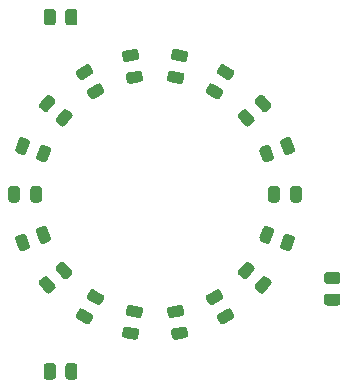
<source format=gbr>
G04 #@! TF.GenerationSoftware,KiCad,Pcbnew,5.1.9-73d0e3b20d~88~ubuntu20.10.1*
G04 #@! TF.CreationDate,2021-09-15T14:03:07-07:00*
G04 #@! TF.ProjectId,led_ring,6c65645f-7269-46e6-972e-6b696361645f,rev?*
G04 #@! TF.SameCoordinates,Original*
G04 #@! TF.FileFunction,Paste,Top*
G04 #@! TF.FilePolarity,Positive*
%FSLAX46Y46*%
G04 Gerber Fmt 4.6, Leading zero omitted, Abs format (unit mm)*
G04 Created by KiCad (PCBNEW 5.1.9-73d0e3b20d~88~ubuntu20.10.1) date 2021-09-15 14:03:07*
%MOMM*%
%LPD*%
G01*
G04 APERTURE LIST*
G04 APERTURE END LIST*
G36*
G01*
X60375000Y-51256250D02*
X60375000Y-50343750D01*
G75*
G02*
X60618750Y-50100000I243750J0D01*
G01*
X61106250Y-50100000D01*
G75*
G02*
X61350000Y-50343750I0J-243750D01*
G01*
X61350000Y-51256250D01*
G75*
G02*
X61106250Y-51500000I-243750J0D01*
G01*
X60618750Y-51500000D01*
G75*
G02*
X60375000Y-51256250I0J243750D01*
G01*
G37*
G36*
G01*
X62250000Y-51256250D02*
X62250000Y-50343750D01*
G75*
G02*
X62493750Y-50100000I243750J0D01*
G01*
X62981250Y-50100000D01*
G75*
G02*
X63225000Y-50343750I0J-243750D01*
G01*
X63225000Y-51256250D01*
G75*
G02*
X62981250Y-51500000I-243750J0D01*
G01*
X62493750Y-51500000D01*
G75*
G02*
X62250000Y-51256250I0J243750D01*
G01*
G37*
G36*
G01*
X61715509Y-47312625D02*
X61403415Y-46455156D01*
G75*
G02*
X61549098Y-46142739I229050J83367D01*
G01*
X62007198Y-45976004D01*
G75*
G02*
X62319615Y-46121687I83367J-229050D01*
G01*
X62631709Y-46979156D01*
G75*
G02*
X62486026Y-47291573I-229050J-83367D01*
G01*
X62027926Y-47458308D01*
G75*
G02*
X61715509Y-47312625I-83367J229050D01*
G01*
G37*
G36*
G01*
X59953585Y-47953913D02*
X59641491Y-47096444D01*
G75*
G02*
X59787174Y-46784027I229050J83367D01*
G01*
X60245274Y-46617292D01*
G75*
G02*
X60557691Y-46762975I83367J-229050D01*
G01*
X60869785Y-47620444D01*
G75*
G02*
X60724102Y-47932861I-229050J-83367D01*
G01*
X60266002Y-48099596D01*
G75*
G02*
X59953585Y-47953913I-83367J229050D01*
G01*
G37*
G36*
G01*
X58428159Y-44994779D02*
X57841615Y-44295764D01*
G75*
G02*
X57871659Y-43952362I186723J156679D01*
G01*
X58245105Y-43639003D01*
G75*
G02*
X58588507Y-43669047I156679J-186723D01*
G01*
X59175051Y-44368062D01*
G75*
G02*
X59145007Y-44711464I-186723J-156679D01*
G01*
X58771561Y-45024823D01*
G75*
G02*
X58428159Y-44994779I-156679J186723D01*
G01*
G37*
G36*
G01*
X59864493Y-43789553D02*
X59277949Y-43090538D01*
G75*
G02*
X59307993Y-42747136I186723J156679D01*
G01*
X59681439Y-42433777D01*
G75*
G02*
X60024841Y-42463821I156679J-186723D01*
G01*
X60611385Y-43162836D01*
G75*
G02*
X60581341Y-43506238I-186723J-156679D01*
G01*
X60207895Y-43819597D01*
G75*
G02*
X59864493Y-43789553I-156679J186723D01*
G01*
G37*
G36*
G01*
X56920124Y-41112114D02*
X56129876Y-40655864D01*
G75*
G02*
X56040657Y-40322895I121875J211094D01*
G01*
X56284407Y-39900707D01*
G75*
G02*
X56617376Y-39811488I211094J-121875D01*
G01*
X57407624Y-40267738D01*
G75*
G02*
X57496843Y-40600707I-121875J-211094D01*
G01*
X57253093Y-41022895D01*
G75*
G02*
X56920124Y-41112114I-211094J121875D01*
G01*
G37*
G36*
G01*
X55982624Y-42735912D02*
X55192376Y-42279662D01*
G75*
G02*
X55103157Y-41946693I121875J211094D01*
G01*
X55346907Y-41524505D01*
G75*
G02*
X55679876Y-41435286I211094J-121875D01*
G01*
X56470124Y-41891536D01*
G75*
G02*
X56559343Y-42224505I-121875J-211094D01*
G01*
X56315593Y-42646693D01*
G75*
G02*
X55982624Y-42735912I-211094J121875D01*
G01*
G37*
G36*
G01*
X52911970Y-41449678D02*
X52013333Y-41291224D01*
G75*
G02*
X51815613Y-41008850I42327J240047D01*
G01*
X51900266Y-40528756D01*
G75*
G02*
X52182640Y-40331036I240047J-42327D01*
G01*
X53081277Y-40489490D01*
G75*
G02*
X53278997Y-40771864I-42327J-240047D01*
G01*
X53194344Y-41251958D01*
G75*
G02*
X52911970Y-41449678I-240047J42327D01*
G01*
G37*
G36*
G01*
X53237560Y-39603164D02*
X52338923Y-39444710D01*
G75*
G02*
X52141203Y-39162336I42327J240047D01*
G01*
X52225856Y-38682242D01*
G75*
G02*
X52508230Y-38484522I240047J-42327D01*
G01*
X53406867Y-38642976D01*
G75*
G02*
X53604587Y-38925350I-42327J-240047D01*
G01*
X53519934Y-39405444D01*
G75*
G02*
X53237560Y-39603164I-240047J42327D01*
G01*
G37*
G36*
G01*
X49261077Y-39444710D02*
X48362440Y-39603164D01*
G75*
G02*
X48080066Y-39405444I-42327J240047D01*
G01*
X47995413Y-38925350D01*
G75*
G02*
X48193133Y-38642976I240047J42327D01*
G01*
X49091770Y-38484522D01*
G75*
G02*
X49374144Y-38682242I42327J-240047D01*
G01*
X49458797Y-39162336D01*
G75*
G02*
X49261077Y-39444710I-240047J-42327D01*
G01*
G37*
G36*
G01*
X49586667Y-41291224D02*
X48688030Y-41449678D01*
G75*
G02*
X48405656Y-41251958I-42327J240047D01*
G01*
X48321003Y-40771864D01*
G75*
G02*
X48518723Y-40489490I240047J42327D01*
G01*
X49417360Y-40331036D01*
G75*
G02*
X49699734Y-40528756I42327J-240047D01*
G01*
X49784387Y-41008850D01*
G75*
G02*
X49586667Y-41291224I-240047J-42327D01*
G01*
G37*
G36*
G01*
X46407624Y-42279662D02*
X45617376Y-42735912D01*
G75*
G02*
X45284407Y-42646693I-121875J211094D01*
G01*
X45040657Y-42224505D01*
G75*
G02*
X45129876Y-41891536I211094J121875D01*
G01*
X45920124Y-41435286D01*
G75*
G02*
X46253093Y-41524505I121875J-211094D01*
G01*
X46496843Y-41946693D01*
G75*
G02*
X46407624Y-42279662I-211094J-121875D01*
G01*
G37*
G36*
G01*
X45470124Y-40655864D02*
X44679876Y-41112114D01*
G75*
G02*
X44346907Y-41022895I-121875J211094D01*
G01*
X44103157Y-40600707D01*
G75*
G02*
X44192376Y-40267738I211094J121875D01*
G01*
X44982624Y-39811488D01*
G75*
G02*
X45315593Y-39900707I121875J-211094D01*
G01*
X45559343Y-40322895D01*
G75*
G02*
X45470124Y-40655864I-211094J-121875D01*
G01*
G37*
G36*
G01*
X42322051Y-43090538D02*
X41735507Y-43789553D01*
G75*
G02*
X41392105Y-43819597I-186723J156679D01*
G01*
X41018659Y-43506238D01*
G75*
G02*
X40988615Y-43162836I156679J186723D01*
G01*
X41575159Y-42463821D01*
G75*
G02*
X41918561Y-42433777I186723J-156679D01*
G01*
X42292007Y-42747136D01*
G75*
G02*
X42322051Y-43090538I-156679J-186723D01*
G01*
G37*
G36*
G01*
X43758385Y-44295764D02*
X43171841Y-44994779D01*
G75*
G02*
X42828439Y-45024823I-186723J156679D01*
G01*
X42454993Y-44711464D01*
G75*
G02*
X42424949Y-44368062I156679J186723D01*
G01*
X43011493Y-43669047D01*
G75*
G02*
X43354895Y-43639003I186723J-156679D01*
G01*
X43728341Y-43952362D01*
G75*
G02*
X43758385Y-44295764I-156679J-186723D01*
G01*
G37*
G36*
G01*
X41958509Y-47096444D02*
X41646415Y-47953913D01*
G75*
G02*
X41333998Y-48099596I-229050J83367D01*
G01*
X40875898Y-47932861D01*
G75*
G02*
X40730215Y-47620444I83367J229050D01*
G01*
X41042309Y-46762975D01*
G75*
G02*
X41354726Y-46617292I229050J-83367D01*
G01*
X41812826Y-46784027D01*
G75*
G02*
X41958509Y-47096444I-83367J-229050D01*
G01*
G37*
G36*
G01*
X40196585Y-46455156D02*
X39884491Y-47312625D01*
G75*
G02*
X39572074Y-47458308I-229050J83367D01*
G01*
X39113974Y-47291573D01*
G75*
G02*
X38968291Y-46979156I83367J229050D01*
G01*
X39280385Y-46121687D01*
G75*
G02*
X39592802Y-45976004I229050J-83367D01*
G01*
X40050902Y-46142739D01*
G75*
G02*
X40196585Y-46455156I-83367J-229050D01*
G01*
G37*
G36*
G01*
X39350000Y-50343750D02*
X39350000Y-51256250D01*
G75*
G02*
X39106250Y-51500000I-243750J0D01*
G01*
X38618750Y-51500000D01*
G75*
G02*
X38375000Y-51256250I0J243750D01*
G01*
X38375000Y-50343750D01*
G75*
G02*
X38618750Y-50100000I243750J0D01*
G01*
X39106250Y-50100000D01*
G75*
G02*
X39350000Y-50343750I0J-243750D01*
G01*
G37*
G36*
G01*
X41225000Y-50343750D02*
X41225000Y-51256250D01*
G75*
G02*
X40981250Y-51500000I-243750J0D01*
G01*
X40493750Y-51500000D01*
G75*
G02*
X40250000Y-51256250I0J243750D01*
G01*
X40250000Y-50343750D01*
G75*
G02*
X40493750Y-50100000I243750J0D01*
G01*
X40981250Y-50100000D01*
G75*
G02*
X41225000Y-50343750I0J-243750D01*
G01*
G37*
G36*
G01*
X41646415Y-53646087D02*
X41958509Y-54503556D01*
G75*
G02*
X41812826Y-54815973I-229050J-83367D01*
G01*
X41354726Y-54982708D01*
G75*
G02*
X41042309Y-54837025I-83367J229050D01*
G01*
X40730215Y-53979556D01*
G75*
G02*
X40875898Y-53667139I229050J83367D01*
G01*
X41333998Y-53500404D01*
G75*
G02*
X41646415Y-53646087I83367J-229050D01*
G01*
G37*
G36*
G01*
X39884491Y-54287375D02*
X40196585Y-55144844D01*
G75*
G02*
X40050902Y-55457261I-229050J-83367D01*
G01*
X39592802Y-55623996D01*
G75*
G02*
X39280385Y-55478313I-83367J229050D01*
G01*
X38968291Y-54620844D01*
G75*
G02*
X39113974Y-54308427I229050J83367D01*
G01*
X39572074Y-54141692D01*
G75*
G02*
X39884491Y-54287375I83367J-229050D01*
G01*
G37*
G36*
G01*
X41735507Y-57810447D02*
X42322051Y-58509462D01*
G75*
G02*
X42292007Y-58852864I-186723J-156679D01*
G01*
X41918561Y-59166223D01*
G75*
G02*
X41575159Y-59136179I-156679J186723D01*
G01*
X40988615Y-58437164D01*
G75*
G02*
X41018659Y-58093762I186723J156679D01*
G01*
X41392105Y-57780403D01*
G75*
G02*
X41735507Y-57810447I156679J-186723D01*
G01*
G37*
G36*
G01*
X43171841Y-56605221D02*
X43758385Y-57304236D01*
G75*
G02*
X43728341Y-57647638I-186723J-156679D01*
G01*
X43354895Y-57960997D01*
G75*
G02*
X43011493Y-57930953I-156679J186723D01*
G01*
X42424949Y-57231938D01*
G75*
G02*
X42454993Y-56888536I186723J156679D01*
G01*
X42828439Y-56575177D01*
G75*
G02*
X43171841Y-56605221I156679J-186723D01*
G01*
G37*
G36*
G01*
X45617376Y-58864088D02*
X46407624Y-59320338D01*
G75*
G02*
X46496843Y-59653307I-121875J-211094D01*
G01*
X46253093Y-60075495D01*
G75*
G02*
X45920124Y-60164714I-211094J121875D01*
G01*
X45129876Y-59708464D01*
G75*
G02*
X45040657Y-59375495I121875J211094D01*
G01*
X45284407Y-58953307D01*
G75*
G02*
X45617376Y-58864088I211094J-121875D01*
G01*
G37*
G36*
G01*
X44679876Y-60487886D02*
X45470124Y-60944136D01*
G75*
G02*
X45559343Y-61277105I-121875J-211094D01*
G01*
X45315593Y-61699293D01*
G75*
G02*
X44982624Y-61788512I-211094J121875D01*
G01*
X44192376Y-61332262D01*
G75*
G02*
X44103157Y-60999293I121875J211094D01*
G01*
X44346907Y-60577105D01*
G75*
G02*
X44679876Y-60487886I211094J-121875D01*
G01*
G37*
G36*
G01*
X48362440Y-61996836D02*
X49261077Y-62155290D01*
G75*
G02*
X49458797Y-62437664I-42327J-240047D01*
G01*
X49374144Y-62917758D01*
G75*
G02*
X49091770Y-63115478I-240047J42327D01*
G01*
X48193133Y-62957024D01*
G75*
G02*
X47995413Y-62674650I42327J240047D01*
G01*
X48080066Y-62194556D01*
G75*
G02*
X48362440Y-61996836I240047J-42327D01*
G01*
G37*
G36*
G01*
X48688030Y-60150322D02*
X49586667Y-60308776D01*
G75*
G02*
X49784387Y-60591150I-42327J-240047D01*
G01*
X49699734Y-61071244D01*
G75*
G02*
X49417360Y-61268964I-240047J42327D01*
G01*
X48518723Y-61110510D01*
G75*
G02*
X48321003Y-60828136I42327J240047D01*
G01*
X48405656Y-60348042D01*
G75*
G02*
X48688030Y-60150322I240047J-42327D01*
G01*
G37*
G36*
G01*
X52013333Y-60308776D02*
X52911970Y-60150322D01*
G75*
G02*
X53194344Y-60348042I42327J-240047D01*
G01*
X53278997Y-60828136D01*
G75*
G02*
X53081277Y-61110510I-240047J-42327D01*
G01*
X52182640Y-61268964D01*
G75*
G02*
X51900266Y-61071244I-42327J240047D01*
G01*
X51815613Y-60591150D01*
G75*
G02*
X52013333Y-60308776I240047J42327D01*
G01*
G37*
G36*
G01*
X52338923Y-62155290D02*
X53237560Y-61996836D01*
G75*
G02*
X53519934Y-62194556I42327J-240047D01*
G01*
X53604587Y-62674650D01*
G75*
G02*
X53406867Y-62957024I-240047J-42327D01*
G01*
X52508230Y-63115478D01*
G75*
G02*
X52225856Y-62917758I-42327J240047D01*
G01*
X52141203Y-62437664D01*
G75*
G02*
X52338923Y-62155290I240047J42327D01*
G01*
G37*
G36*
G01*
X56129876Y-60944136D02*
X56920124Y-60487886D01*
G75*
G02*
X57253093Y-60577105I121875J-211094D01*
G01*
X57496843Y-60999293D01*
G75*
G02*
X57407624Y-61332262I-211094J-121875D01*
G01*
X56617376Y-61788512D01*
G75*
G02*
X56284407Y-61699293I-121875J211094D01*
G01*
X56040657Y-61277105D01*
G75*
G02*
X56129876Y-60944136I211094J121875D01*
G01*
G37*
G36*
G01*
X55192376Y-59320338D02*
X55982624Y-58864088D01*
G75*
G02*
X56315593Y-58953307I121875J-211094D01*
G01*
X56559343Y-59375495D01*
G75*
G02*
X56470124Y-59708464I-211094J-121875D01*
G01*
X55679876Y-60164714D01*
G75*
G02*
X55346907Y-60075495I-121875J211094D01*
G01*
X55103157Y-59653307D01*
G75*
G02*
X55192376Y-59320338I211094J121875D01*
G01*
G37*
G36*
G01*
X57841615Y-57304236D02*
X58428159Y-56605221D01*
G75*
G02*
X58771561Y-56575177I186723J-156679D01*
G01*
X59145007Y-56888536D01*
G75*
G02*
X59175051Y-57231938I-156679J-186723D01*
G01*
X58588507Y-57930953D01*
G75*
G02*
X58245105Y-57960997I-186723J156679D01*
G01*
X57871659Y-57647638D01*
G75*
G02*
X57841615Y-57304236I156679J186723D01*
G01*
G37*
G36*
G01*
X59277949Y-58509462D02*
X59864493Y-57810447D01*
G75*
G02*
X60207895Y-57780403I186723J-156679D01*
G01*
X60581341Y-58093762D01*
G75*
G02*
X60611385Y-58437164I-156679J-186723D01*
G01*
X60024841Y-59136179D01*
G75*
G02*
X59681439Y-59166223I-186723J156679D01*
G01*
X59307993Y-58852864D01*
G75*
G02*
X59277949Y-58509462I156679J186723D01*
G01*
G37*
G36*
G01*
X61403415Y-55144844D02*
X61715509Y-54287375D01*
G75*
G02*
X62027926Y-54141692I229050J-83367D01*
G01*
X62486026Y-54308427D01*
G75*
G02*
X62631709Y-54620844I-83367J-229050D01*
G01*
X62319615Y-55478313D01*
G75*
G02*
X62007198Y-55623996I-229050J83367D01*
G01*
X61549098Y-55457261D01*
G75*
G02*
X61403415Y-55144844I83367J229050D01*
G01*
G37*
G36*
G01*
X59641491Y-54503556D02*
X59953585Y-53646087D01*
G75*
G02*
X60266002Y-53500404I229050J-83367D01*
G01*
X60724102Y-53667139D01*
G75*
G02*
X60869785Y-53979556I-83367J-229050D01*
G01*
X60557691Y-54837025D01*
G75*
G02*
X60245274Y-54982708I-229050J83367D01*
G01*
X59787174Y-54815973D01*
G75*
G02*
X59641491Y-54503556I83367J229050D01*
G01*
G37*
G36*
G01*
X41375000Y-66250001D02*
X41375000Y-65349999D01*
G75*
G02*
X41624999Y-65100000I249999J0D01*
G01*
X42150001Y-65100000D01*
G75*
G02*
X42400000Y-65349999I0J-249999D01*
G01*
X42400000Y-66250001D01*
G75*
G02*
X42150001Y-66500000I-249999J0D01*
G01*
X41624999Y-66500000D01*
G75*
G02*
X41375000Y-66250001I0J249999D01*
G01*
G37*
G36*
G01*
X43200000Y-66250001D02*
X43200000Y-65349999D01*
G75*
G02*
X43449999Y-65100000I249999J0D01*
G01*
X43975001Y-65100000D01*
G75*
G02*
X44225000Y-65349999I0J-249999D01*
G01*
X44225000Y-66250001D01*
G75*
G02*
X43975001Y-66500000I-249999J0D01*
G01*
X43449999Y-66500000D01*
G75*
G02*
X43200000Y-66250001I0J249999D01*
G01*
G37*
G36*
G01*
X43200000Y-36250001D02*
X43200000Y-35349999D01*
G75*
G02*
X43449999Y-35100000I249999J0D01*
G01*
X43975001Y-35100000D01*
G75*
G02*
X44225000Y-35349999I0J-249999D01*
G01*
X44225000Y-36250001D01*
G75*
G02*
X43975001Y-36500000I-249999J0D01*
G01*
X43449999Y-36500000D01*
G75*
G02*
X43200000Y-36250001I0J249999D01*
G01*
G37*
G36*
G01*
X41375000Y-36250001D02*
X41375000Y-35349999D01*
G75*
G02*
X41624999Y-35100000I249999J0D01*
G01*
X42150001Y-35100000D01*
G75*
G02*
X42400000Y-35349999I0J-249999D01*
G01*
X42400000Y-36250001D01*
G75*
G02*
X42150001Y-36500000I-249999J0D01*
G01*
X41624999Y-36500000D01*
G75*
G02*
X41375000Y-36250001I0J249999D01*
G01*
G37*
G36*
G01*
X66250001Y-60225000D02*
X65349999Y-60225000D01*
G75*
G02*
X65100000Y-59975001I0J249999D01*
G01*
X65100000Y-59449999D01*
G75*
G02*
X65349999Y-59200000I249999J0D01*
G01*
X66250001Y-59200000D01*
G75*
G02*
X66500000Y-59449999I0J-249999D01*
G01*
X66500000Y-59975001D01*
G75*
G02*
X66250001Y-60225000I-249999J0D01*
G01*
G37*
G36*
G01*
X66250001Y-58400000D02*
X65349999Y-58400000D01*
G75*
G02*
X65100000Y-58150001I0J249999D01*
G01*
X65100000Y-57624999D01*
G75*
G02*
X65349999Y-57375000I249999J0D01*
G01*
X66250001Y-57375000D01*
G75*
G02*
X66500000Y-57624999I0J-249999D01*
G01*
X66500000Y-58150001D01*
G75*
G02*
X66250001Y-58400000I-249999J0D01*
G01*
G37*
M02*

</source>
